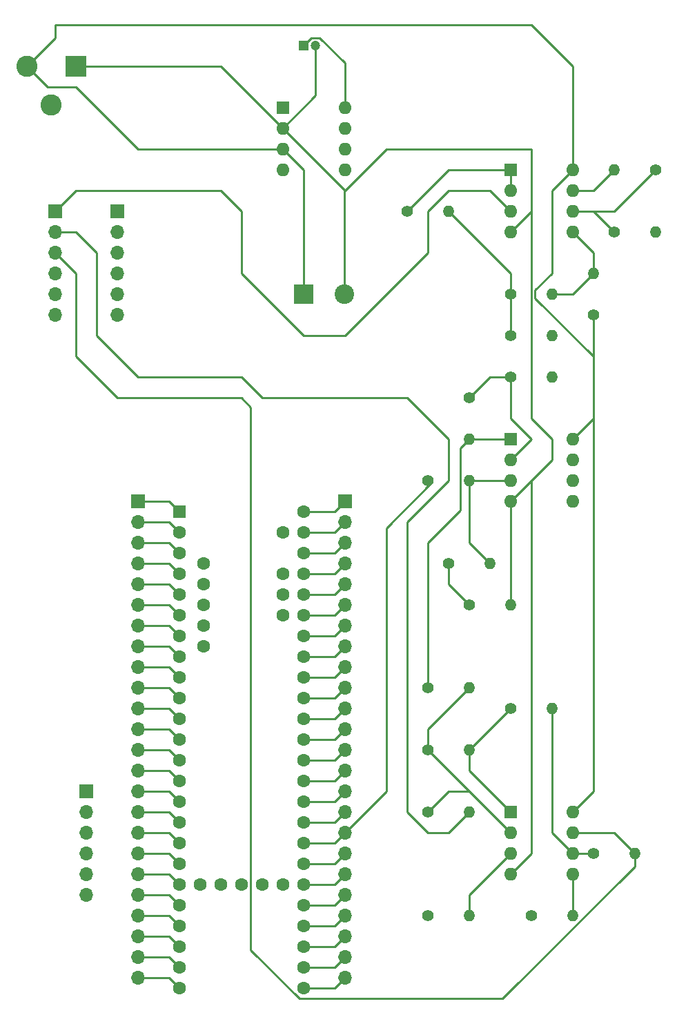
<source format=gbr>
%TF.GenerationSoftware,KiCad,Pcbnew,(5.1.10)-1*%
%TF.CreationDate,2021-10-07T13:20:46-04:00*%
%TF.ProjectId,dynamic clamp pcb,64796e61-6d69-4632-9063-6c616d702070,rev?*%
%TF.SameCoordinates,Original*%
%TF.FileFunction,Copper,L1,Top*%
%TF.FilePolarity,Positive*%
%FSLAX46Y46*%
G04 Gerber Fmt 4.6, Leading zero omitted, Abs format (unit mm)*
G04 Created by KiCad (PCBNEW (5.1.10)-1) date 2021-10-07 13:20:46*
%MOMM*%
%LPD*%
G01*
G04 APERTURE LIST*
%TA.AperFunction,ComponentPad*%
%ADD10R,2.600000X2.600000*%
%TD*%
%TA.AperFunction,ComponentPad*%
%ADD11C,2.600000*%
%TD*%
%TA.AperFunction,ComponentPad*%
%ADD12R,2.400000X2.400000*%
%TD*%
%TA.AperFunction,ComponentPad*%
%ADD13C,2.400000*%
%TD*%
%TA.AperFunction,ComponentPad*%
%ADD14R,1.200000X1.200000*%
%TD*%
%TA.AperFunction,ComponentPad*%
%ADD15C,1.200000*%
%TD*%
%TA.AperFunction,ComponentPad*%
%ADD16R,1.700000X1.700000*%
%TD*%
%TA.AperFunction,ComponentPad*%
%ADD17O,1.700000X1.700000*%
%TD*%
%TA.AperFunction,ComponentPad*%
%ADD18O,1.400000X1.400000*%
%TD*%
%TA.AperFunction,ComponentPad*%
%ADD19C,1.400000*%
%TD*%
%TA.AperFunction,ComponentPad*%
%ADD20R,1.600000X1.600000*%
%TD*%
%TA.AperFunction,ComponentPad*%
%ADD21O,1.600000X1.600000*%
%TD*%
%TA.AperFunction,ComponentPad*%
%ADD22C,1.600000*%
%TD*%
%TA.AperFunction,Conductor*%
%ADD23C,0.250000*%
%TD*%
G04 APERTURE END LIST*
D10*
%TO.P,J2,1*%
%TO.N,-9V*%
X53340000Y-30480000D03*
D11*
%TO.P,J2,2*%
%TO.N,+9V*%
X47340000Y-30480000D03*
%TO.P,J2,3*%
%TO.N,N/C*%
X50340000Y-35180000D03*
%TD*%
D12*
%TO.P,C1,1*%
%TO.N,+9V*%
X81280000Y-58420000D03*
D13*
%TO.P,C1,2*%
%TO.N,-9V*%
X86280000Y-58420000D03*
%TD*%
D14*
%TO.P,C2,1*%
%TO.N,Net-(C2-Pad1)*%
X81280000Y-27940000D03*
D15*
%TO.P,C2,2*%
%TO.N,-9V*%
X82780000Y-27940000D03*
%TD*%
D16*
%TO.P,J1,1*%
%TO.N,0*%
X54610000Y-119380000D03*
D17*
%TO.P,J1,2*%
X54610000Y-121920000D03*
%TO.P,J1,3*%
X54610000Y-124460000D03*
%TO.P,J1,4*%
X54610000Y-127000000D03*
%TO.P,J1,5*%
X54610000Y-129540000D03*
%TO.P,J1,6*%
X54610000Y-132080000D03*
%TD*%
D16*
%TO.P,J4,1*%
%TO.N,Net-(J4-Pad1)*%
X50800000Y-48260000D03*
D17*
%TO.P,J4,2*%
%TO.N,Net-(J4-Pad2)*%
X50800000Y-50800000D03*
%TO.P,J4,3*%
%TO.N,Net-(J4-Pad3)*%
X50800000Y-53340000D03*
%TO.P,J4,4*%
%TO.N,Net-(J4-Pad4)*%
X50800000Y-55880000D03*
%TO.P,J4,5*%
%TO.N,N/C*%
X50800000Y-58420000D03*
%TO.P,J4,6*%
X50800000Y-60960000D03*
%TD*%
%TO.P,J6,24*%
%TO.N,Net-(J6-Pad24)*%
X60960000Y-142240000D03*
%TO.P,J6,23*%
%TO.N,Net-(J6-Pad23)*%
X60960000Y-139700000D03*
%TO.P,J6,22*%
%TO.N,Net-(J6-Pad22)*%
X60960000Y-137160000D03*
%TO.P,J6,21*%
%TO.N,Net-(J6-Pad21)*%
X60960000Y-134620000D03*
%TO.P,J6,20*%
%TO.N,Net-(J6-Pad20)*%
X60960000Y-132080000D03*
%TO.P,J6,19*%
%TO.N,Net-(J6-Pad19)*%
X60960000Y-129540000D03*
%TO.P,J6,18*%
%TO.N,Net-(J6-Pad18)*%
X60960000Y-127000000D03*
%TO.P,J6,17*%
%TO.N,Net-(J6-Pad17)*%
X60960000Y-124460000D03*
%TO.P,J6,16*%
%TO.N,Net-(J6-Pad16)*%
X60960000Y-121920000D03*
%TO.P,J6,15*%
%TO.N,Net-(J6-Pad15)*%
X60960000Y-119380000D03*
%TO.P,J6,14*%
%TO.N,Net-(J6-Pad14)*%
X60960000Y-116840000D03*
%TO.P,J6,13*%
%TO.N,Net-(J6-Pad13)*%
X60960000Y-114300000D03*
%TO.P,J6,12*%
%TO.N,Net-(J6-Pad12)*%
X60960000Y-111760000D03*
%TO.P,J6,11*%
%TO.N,Net-(J6-Pad11)*%
X60960000Y-109220000D03*
%TO.P,J6,10*%
%TO.N,Net-(J6-Pad10)*%
X60960000Y-106680000D03*
%TO.P,J6,9*%
%TO.N,Net-(J6-Pad9)*%
X60960000Y-104140000D03*
%TO.P,J6,8*%
%TO.N,Net-(J6-Pad8)*%
X60960000Y-101600000D03*
%TO.P,J6,7*%
%TO.N,Net-(J6-Pad7)*%
X60960000Y-99060000D03*
%TO.P,J6,6*%
%TO.N,Net-(J6-Pad6)*%
X60960000Y-96520000D03*
%TO.P,J6,5*%
%TO.N,Net-(J6-Pad5)*%
X60960000Y-93980000D03*
%TO.P,J6,4*%
%TO.N,Net-(J6-Pad4)*%
X60960000Y-91440000D03*
%TO.P,J6,3*%
%TO.N,Net-(J6-Pad3)*%
X60960000Y-88900000D03*
%TO.P,J6,2*%
%TO.N,Net-(J6-Pad2)*%
X60960000Y-86360000D03*
D16*
%TO.P,J6,1*%
%TO.N,0*%
X60960000Y-83820000D03*
%TD*%
%TO.P,J7,1*%
%TO.N,Net-(J7-Pad1)*%
X86360000Y-83820000D03*
D17*
%TO.P,J7,2*%
%TO.N,0*%
X86360000Y-86360000D03*
%TO.P,J7,3*%
%TO.N,Net-(J7-Pad3)*%
X86360000Y-88900000D03*
%TO.P,J7,4*%
%TO.N,Net-(J7-Pad4)*%
X86360000Y-91440000D03*
%TO.P,J7,5*%
%TO.N,Net-(J7-Pad5)*%
X86360000Y-93980000D03*
%TO.P,J7,6*%
%TO.N,Net-(J7-Pad6)*%
X86360000Y-96520000D03*
%TO.P,J7,7*%
%TO.N,Net-(J7-Pad7)*%
X86360000Y-99060000D03*
%TO.P,J7,8*%
%TO.N,Net-(J7-Pad8)*%
X86360000Y-101600000D03*
%TO.P,J7,9*%
%TO.N,Net-(J7-Pad9)*%
X86360000Y-104140000D03*
%TO.P,J7,10*%
%TO.N,Net-(J7-Pad10)*%
X86360000Y-106680000D03*
%TO.P,J7,11*%
%TO.N,Net-(J4-Pad4)*%
X86360000Y-109220000D03*
%TO.P,J7,12*%
%TO.N,Net-(J7-Pad12)*%
X86360000Y-111760000D03*
%TO.P,J7,13*%
%TO.N,Net-(J7-Pad13)*%
X86360000Y-114300000D03*
%TO.P,J7,14*%
%TO.N,Net-(J7-Pad14)*%
X86360000Y-116840000D03*
%TO.P,J7,15*%
%TO.N,Net-(J7-Pad15)*%
X86360000Y-119380000D03*
%TO.P,J7,16*%
%TO.N,Net-(J7-Pad16)*%
X86360000Y-121920000D03*
%TO.P,J7,17*%
%TO.N,Net-(J7-Pad17)*%
X86360000Y-124460000D03*
%TO.P,J7,18*%
%TO.N,Net-(J7-Pad18)*%
X86360000Y-127000000D03*
%TO.P,J7,19*%
%TO.N,Net-(J7-Pad19)*%
X86360000Y-129540000D03*
%TO.P,J7,20*%
%TO.N,Net-(J7-Pad20)*%
X86360000Y-132080000D03*
%TO.P,J7,21*%
%TO.N,Net-(J7-Pad21)*%
X86360000Y-134620000D03*
%TO.P,J7,22*%
%TO.N,Net-(J7-Pad22)*%
X86360000Y-137160000D03*
%TO.P,J7,23*%
%TO.N,Net-(J7-Pad23)*%
X86360000Y-139700000D03*
%TO.P,J7,24*%
%TO.N,Net-(J7-Pad24)*%
X86360000Y-142240000D03*
%TD*%
%TO.P,J5_GND1,6*%
%TO.N,0*%
X58420000Y-60960000D03*
%TO.P,J5_GND1,5*%
X58420000Y-58420000D03*
%TO.P,J5_GND1,4*%
X58420000Y-55880000D03*
%TO.P,J5_GND1,3*%
X58420000Y-53340000D03*
%TO.P,J5_GND1,2*%
X58420000Y-50800000D03*
D16*
%TO.P,J5_GND1,1*%
X58420000Y-48260000D03*
%TD*%
D18*
%TO.P,R1,2*%
%TO.N,Net-(R1-Pad2)*%
X99060000Y-48260000D03*
D19*
%TO.P,R1,1*%
%TO.N,Net-(R1-Pad1)*%
X93980000Y-48260000D03*
%TD*%
D18*
%TO.P,R2,2*%
%TO.N,0*%
X111760000Y-63500000D03*
D19*
%TO.P,R2,1*%
%TO.N,Net-(R1-Pad2)*%
X106680000Y-63500000D03*
%TD*%
%TO.P,R3,1*%
%TO.N,Net-(R1-Pad2)*%
X106680000Y-58420000D03*
D18*
%TO.P,R3,2*%
%TO.N,Net-(R3-Pad2)*%
X111760000Y-58420000D03*
%TD*%
D19*
%TO.P,R4,1*%
%TO.N,+9V*%
X116840000Y-60960000D03*
D18*
%TO.P,R4,2*%
%TO.N,Net-(R3-Pad2)*%
X116840000Y-55880000D03*
%TD*%
%TO.P,R5,2*%
%TO.N,0*%
X124460000Y-50800000D03*
D19*
%TO.P,R5,1*%
%TO.N,Net-(R5-Pad1)*%
X119380000Y-50800000D03*
%TD*%
%TO.P,R6,1*%
%TO.N,Net-(R5-Pad1)*%
X124460000Y-43180000D03*
D18*
%TO.P,R6,2*%
%TO.N,Net-(J7-Pad13)*%
X119380000Y-43180000D03*
%TD*%
D19*
%TO.P,R7,1*%
%TO.N,Net-(J7-Pad17)*%
X96520000Y-81280000D03*
D18*
%TO.P,R7,2*%
%TO.N,Net-(R7-Pad2)*%
X101600000Y-81280000D03*
%TD*%
%TO.P,R8,2*%
%TO.N,Net-(R7-Pad2)*%
X104140000Y-91440000D03*
D19*
%TO.P,R8,1*%
%TO.N,Net-(R18-Pad1)*%
X99060000Y-91440000D03*
%TD*%
%TO.P,R9,1*%
%TO.N,Net-(R10-Pad1)*%
X106680000Y-68580000D03*
D18*
%TO.P,R9,2*%
%TO.N,0*%
X111760000Y-68580000D03*
%TD*%
%TO.P,R10,2*%
%TO.N,Net-(R10-Pad2)*%
X101600000Y-76200000D03*
D19*
%TO.P,R10,1*%
%TO.N,Net-(R10-Pad1)*%
X101600000Y-71120000D03*
%TD*%
%TO.P,R11,1*%
%TO.N,Net-(R10-Pad2)*%
X96520000Y-106680000D03*
D18*
%TO.P,R11,2*%
%TO.N,Net-(R11-Pad2)*%
X101600000Y-106680000D03*
%TD*%
%TO.P,R12,2*%
%TO.N,Net-(J4-Pad2)*%
X101600000Y-121920000D03*
D19*
%TO.P,R12,1*%
%TO.N,Net-(R11-Pad2)*%
X96520000Y-121920000D03*
%TD*%
%TO.P,R13,1*%
%TO.N,Net-(R11-Pad2)*%
X96520000Y-114300000D03*
D18*
%TO.P,R13,2*%
%TO.N,Net-(R13-Pad2)*%
X101600000Y-114300000D03*
%TD*%
%TO.P,R14,2*%
%TO.N,Net-(R14-Pad2)*%
X101600000Y-134620000D03*
D19*
%TO.P,R14,1*%
%TO.N,0*%
X96520000Y-134620000D03*
%TD*%
%TO.P,R15,1*%
%TO.N,Net-(R13-Pad2)*%
X106680000Y-109220000D03*
D18*
%TO.P,R15,2*%
%TO.N,Net-(R15-Pad2)*%
X111760000Y-109220000D03*
%TD*%
D19*
%TO.P,R16,1*%
%TO.N,Net-(R15-Pad2)*%
X116840000Y-127000000D03*
D18*
%TO.P,R16,2*%
%TO.N,Net-(J4-Pad3)*%
X121920000Y-127000000D03*
%TD*%
%TO.P,R17,2*%
%TO.N,Net-(R17-Pad2)*%
X114300000Y-134620000D03*
D19*
%TO.P,R17,1*%
%TO.N,0*%
X109220000Y-134620000D03*
%TD*%
D18*
%TO.P,R18,2*%
%TO.N,-9V*%
X106680000Y-96520000D03*
D19*
%TO.P,R18,1*%
%TO.N,Net-(R18-Pad1)*%
X101600000Y-96520000D03*
%TD*%
D20*
%TO.P,U1,1*%
%TO.N,Net-(R1-Pad1)*%
X106680000Y-43180000D03*
D21*
%TO.P,U1,5*%
%TO.N,Net-(R3-Pad2)*%
X114300000Y-50800000D03*
%TO.P,U1,2*%
%TO.N,Net-(R1-Pad1)*%
X106680000Y-45720000D03*
%TO.P,U1,6*%
%TO.N,Net-(R5-Pad1)*%
X114300000Y-48260000D03*
%TO.P,U1,3*%
%TO.N,Net-(J4-Pad1)*%
X106680000Y-48260000D03*
%TO.P,U1,7*%
%TO.N,Net-(J7-Pad13)*%
X114300000Y-45720000D03*
%TO.P,U1,4*%
%TO.N,-9V*%
X106680000Y-50800000D03*
%TO.P,U1,8*%
%TO.N,+9V*%
X114300000Y-43180000D03*
%TD*%
D20*
%TO.P,U2,1*%
%TO.N,Net-(R10-Pad2)*%
X106680000Y-76200000D03*
D21*
%TO.P,U2,5*%
%TO.N,N/C*%
X114300000Y-83820000D03*
%TO.P,U2,2*%
%TO.N,Net-(R10-Pad1)*%
X106680000Y-78740000D03*
%TO.P,U2,6*%
%TO.N,N/C*%
X114300000Y-81280000D03*
%TO.P,U2,3*%
%TO.N,Net-(R7-Pad2)*%
X106680000Y-81280000D03*
%TO.P,U2,7*%
%TO.N,N/C*%
X114300000Y-78740000D03*
%TO.P,U2,4*%
%TO.N,-9V*%
X106680000Y-83820000D03*
%TO.P,U2,8*%
%TO.N,+9V*%
X114300000Y-76200000D03*
%TD*%
%TO.P,U3,8*%
%TO.N,+9V*%
X114300000Y-121920000D03*
%TO.P,U3,4*%
%TO.N,-9V*%
X106680000Y-129540000D03*
%TO.P,U3,7*%
%TO.N,Net-(J4-Pad3)*%
X114300000Y-124460000D03*
%TO.P,U3,3*%
%TO.N,Net-(R14-Pad2)*%
X106680000Y-127000000D03*
%TO.P,U3,6*%
%TO.N,Net-(R15-Pad2)*%
X114300000Y-127000000D03*
%TO.P,U3,2*%
%TO.N,Net-(R11-Pad2)*%
X106680000Y-124460000D03*
%TO.P,U3,5*%
%TO.N,Net-(R17-Pad2)*%
X114300000Y-129540000D03*
D20*
%TO.P,U3,1*%
%TO.N,Net-(R13-Pad2)*%
X106680000Y-121920000D03*
%TD*%
D21*
%TO.P,U4,8*%
%TO.N,Net-(C2-Pad1)*%
X86360000Y-35560000D03*
%TO.P,U4,4*%
%TO.N,N/C*%
X78740000Y-43180000D03*
%TO.P,U4,7*%
X86360000Y-38100000D03*
%TO.P,U4,3*%
%TO.N,+9V*%
X78740000Y-40640000D03*
%TO.P,U4,6*%
%TO.N,N/C*%
X86360000Y-40640000D03*
%TO.P,U4,2*%
%TO.N,-9V*%
X78740000Y-38100000D03*
%TO.P,U4,5*%
%TO.N,N/C*%
X86360000Y-43180000D03*
D20*
%TO.P,U4,1*%
%TO.N,0*%
X78740000Y-35560000D03*
%TD*%
D22*
%TO.P,U5,17*%
%TO.N,Net-(J6-Pad17)*%
X66040000Y-125730000D03*
%TO.P,U5,18*%
%TO.N,Net-(J6-Pad18)*%
X66040000Y-128270000D03*
%TO.P,U5,19*%
%TO.N,Net-(J6-Pad19)*%
X66040000Y-130810000D03*
%TO.P,U5,20*%
%TO.N,Net-(J6-Pad20)*%
X66040000Y-133350000D03*
%TO.P,U5,16*%
%TO.N,Net-(J6-Pad16)*%
X66040000Y-123190000D03*
%TO.P,U5,15*%
%TO.N,Net-(J6-Pad15)*%
X66040000Y-120650000D03*
%TO.P,U5,14*%
%TO.N,Net-(J6-Pad14)*%
X66040000Y-118110000D03*
%TO.P,U5,21*%
%TO.N,Net-(J6-Pad21)*%
X66040000Y-135890000D03*
%TO.P,U5,22*%
%TO.N,Net-(J6-Pad22)*%
X66040000Y-138430000D03*
%TO.P,U5,23*%
%TO.N,Net-(J6-Pad23)*%
X66040000Y-140970000D03*
%TO.P,U5,24*%
%TO.N,Net-(J6-Pad24)*%
X66040000Y-143510000D03*
%TO.P,U5,25*%
%TO.N,N/C*%
X68580000Y-130810000D03*
%TO.P,U5,26*%
X71120000Y-130810000D03*
%TO.P,U5,27*%
X73660000Y-130810000D03*
%TO.P,U5,28*%
X76200000Y-130810000D03*
%TO.P,U5,29*%
X78740000Y-130810000D03*
%TO.P,U5,30*%
%TO.N,Net-(J7-Pad24)*%
X81280000Y-143510000D03*
%TO.P,U5,31*%
%TO.N,Net-(J7-Pad23)*%
X81280000Y-140970000D03*
%TO.P,U5,32*%
%TO.N,Net-(J7-Pad22)*%
X81280000Y-138430000D03*
%TO.P,U5,33*%
%TO.N,Net-(J7-Pad21)*%
X81280000Y-135890000D03*
%TO.P,U5,34*%
%TO.N,Net-(J7-Pad20)*%
X81280000Y-133350000D03*
%TO.P,U5,35*%
%TO.N,Net-(J7-Pad19)*%
X81280000Y-130810000D03*
%TO.P,U5,36*%
%TO.N,Net-(J7-Pad18)*%
X81280000Y-128270000D03*
%TO.P,U5,37*%
%TO.N,Net-(J7-Pad17)*%
X81280000Y-125730000D03*
%TO.P,U5,13*%
%TO.N,Net-(J6-Pad13)*%
X66040000Y-115570000D03*
%TO.P,U5,12*%
%TO.N,Net-(J6-Pad12)*%
X66040000Y-113030000D03*
%TO.P,U5,11*%
%TO.N,Net-(J6-Pad11)*%
X66040000Y-110490000D03*
%TO.P,U5,10*%
%TO.N,Net-(J6-Pad10)*%
X66040000Y-107950000D03*
%TO.P,U5,9*%
%TO.N,Net-(J6-Pad9)*%
X66040000Y-105410000D03*
%TO.P,U5,8*%
%TO.N,Net-(J6-Pad8)*%
X66040000Y-102870000D03*
%TO.P,U5,7*%
%TO.N,Net-(J6-Pad7)*%
X66040000Y-100330000D03*
%TO.P,U5,6*%
%TO.N,Net-(J6-Pad6)*%
X66040000Y-97790000D03*
%TO.P,U5,5*%
%TO.N,Net-(J6-Pad5)*%
X66040000Y-95250000D03*
%TO.P,U5,4*%
%TO.N,Net-(J6-Pad4)*%
X66040000Y-92710000D03*
%TO.P,U5,3*%
%TO.N,Net-(J6-Pad3)*%
X66040000Y-90170000D03*
%TO.P,U5,2*%
%TO.N,Net-(J6-Pad2)*%
X66040000Y-87630000D03*
D20*
%TO.P,U5,1*%
%TO.N,0*%
X66040000Y-85090000D03*
D22*
%TO.P,U5,38*%
%TO.N,Net-(J7-Pad16)*%
X81280000Y-123190000D03*
%TO.P,U5,39*%
%TO.N,Net-(J7-Pad15)*%
X81280000Y-120650000D03*
%TO.P,U5,40*%
%TO.N,Net-(J7-Pad14)*%
X81280000Y-118110000D03*
%TO.P,U5,41*%
%TO.N,Net-(J7-Pad13)*%
X81280000Y-115570000D03*
%TO.P,U5,42*%
%TO.N,Net-(J7-Pad12)*%
X81280000Y-113030000D03*
%TO.P,U5,43*%
%TO.N,Net-(J4-Pad4)*%
X81280000Y-110490000D03*
%TO.P,U5,44*%
%TO.N,Net-(J7-Pad10)*%
X81280000Y-107950000D03*
%TO.P,U5,45*%
%TO.N,Net-(J7-Pad9)*%
X81280000Y-105410000D03*
%TO.P,U5,46*%
%TO.N,Net-(J7-Pad8)*%
X81280000Y-102870000D03*
%TO.P,U5,47*%
%TO.N,Net-(J7-Pad7)*%
X81280000Y-100330000D03*
%TO.P,U5,48*%
%TO.N,Net-(J7-Pad6)*%
X81280000Y-97790000D03*
%TO.P,U5,49*%
%TO.N,Net-(J7-Pad5)*%
X81280000Y-95250000D03*
%TO.P,U5,50*%
%TO.N,Net-(J7-Pad4)*%
X81280000Y-92710000D03*
%TO.P,U5,51*%
%TO.N,Net-(J7-Pad3)*%
X81280000Y-90170000D03*
%TO.P,U5,52*%
%TO.N,0*%
X81280000Y-87630000D03*
%TO.P,U5,53*%
%TO.N,Net-(J7-Pad1)*%
X81280000Y-85090000D03*
%TO.P,U5,54*%
%TO.N,N/C*%
X78740000Y-87630000D03*
%TO.P,U5,55*%
X78740000Y-92710000D03*
%TO.P,U5,56*%
X78740000Y-95250000D03*
%TO.P,U5,57*%
X78740000Y-97790000D03*
%TO.P,U5,58*%
X69040000Y-91440000D03*
%TO.P,U5,59*%
X69040000Y-93980000D03*
%TO.P,U5,60*%
X69040000Y-96520000D03*
%TO.P,U5,61*%
X69040000Y-99060000D03*
%TO.P,U5,62*%
X69040000Y-101600000D03*
%TD*%
D23*
%TO.N,+9V*%
X81280000Y-43180000D02*
X81280000Y-58420000D01*
X78740000Y-40640000D02*
X81280000Y-43180000D01*
X114300000Y-43180000D02*
X111760000Y-45720000D01*
X111760000Y-45720000D02*
X111760000Y-53340000D01*
X116840000Y-73660000D02*
X114300000Y-76200000D01*
X116840000Y-66040000D02*
X116840000Y-73660000D01*
X109720010Y-58920010D02*
X116840000Y-66040000D01*
X109720010Y-57919990D02*
X109720010Y-58920010D01*
X111760000Y-55880000D02*
X109720010Y-57919990D01*
X111760000Y-53340000D02*
X111760000Y-55880000D01*
X116840000Y-119380000D02*
X114300000Y-121920000D01*
X116840000Y-73660000D02*
X116840000Y-119380000D01*
X116840000Y-60960000D02*
X116840000Y-66040000D01*
X109220000Y-25400000D02*
X50800000Y-25400000D01*
X114300000Y-30480000D02*
X109220000Y-25400000D01*
X114300000Y-43180000D02*
X114300000Y-30480000D01*
X78740000Y-40640000D02*
X60960000Y-40640000D01*
X60960000Y-40640000D02*
X53340000Y-33020000D01*
X49880000Y-33020000D02*
X47340000Y-30480000D01*
X53340000Y-33020000D02*
X49880000Y-33020000D01*
X50800000Y-27020000D02*
X50800000Y-25400000D01*
X47340000Y-30480000D02*
X50800000Y-27020000D01*
%TO.N,-9V*%
X76200000Y-35560000D02*
X78740000Y-38100000D01*
X82780000Y-34060000D02*
X82780000Y-27940000D01*
X78740000Y-38100000D02*
X82780000Y-34060000D01*
X86280000Y-45640000D02*
X86280000Y-58420000D01*
X78740000Y-38100000D02*
X86280000Y-45640000D01*
X86280000Y-58420000D02*
X86280000Y-45800000D01*
X86280000Y-45800000D02*
X91440000Y-40640000D01*
X91440000Y-40640000D02*
X109220000Y-40640000D01*
X109220000Y-48260000D02*
X106680000Y-50800000D01*
X109220000Y-40640000D02*
X109220000Y-48260000D01*
X109220000Y-81280000D02*
X106680000Y-83820000D01*
X109220000Y-127000000D02*
X106680000Y-129540000D01*
X109220000Y-81280000D02*
X109220000Y-127000000D01*
X111760000Y-78740000D02*
X109220000Y-81280000D01*
X111760000Y-76200000D02*
X111760000Y-78740000D01*
X109220000Y-73660000D02*
X111760000Y-76200000D01*
X109220000Y-48260000D02*
X109220000Y-73660000D01*
X106680000Y-96520000D02*
X106680000Y-83820000D01*
X71120000Y-30480000D02*
X76200000Y-35560000D01*
X53340000Y-30480000D02*
X71120000Y-30480000D01*
%TO.N,Net-(C2-Pad1)*%
X86360000Y-30076998D02*
X86360000Y-35560000D01*
X83248001Y-26964999D02*
X86360000Y-30076998D01*
X82255001Y-26964999D02*
X83248001Y-26964999D01*
X81280000Y-27940000D02*
X82255001Y-26964999D01*
%TO.N,0*%
X64770000Y-83820000D02*
X66040000Y-85090000D01*
X60960000Y-83820000D02*
X64770000Y-83820000D01*
X85090000Y-87630000D02*
X86360000Y-86360000D01*
X81280000Y-87630000D02*
X85090000Y-87630000D01*
%TO.N,Net-(J4-Pad1)*%
X53340000Y-45720000D02*
X50800000Y-48260000D01*
X71120000Y-45720000D02*
X53340000Y-45720000D01*
X81280000Y-63500000D02*
X73660000Y-55880000D01*
X86360000Y-63500000D02*
X81280000Y-63500000D01*
X96520000Y-53340000D02*
X86360000Y-63500000D01*
X73660000Y-48260000D02*
X71120000Y-45720000D01*
X73660000Y-55880000D02*
X73660000Y-48260000D01*
X96520000Y-48260000D02*
X96520000Y-53340000D01*
X99060000Y-45720000D02*
X96520000Y-48260000D01*
X104140000Y-45720000D02*
X99060000Y-45720000D01*
X106680000Y-48260000D02*
X104140000Y-45720000D01*
%TO.N,Net-(J4-Pad2)*%
X53340000Y-50800000D02*
X50800000Y-50800000D01*
X101600000Y-121920000D02*
X99060000Y-124460000D01*
X99060000Y-124460000D02*
X96520000Y-124460000D01*
X96520000Y-124460000D02*
X93980000Y-121920000D01*
X93980000Y-121920000D02*
X93980000Y-86360000D01*
X93980000Y-86360000D02*
X99060000Y-81280000D01*
X99060000Y-81280000D02*
X99060000Y-76200000D01*
X99060000Y-76200000D02*
X93980000Y-71120000D01*
X73660000Y-68580000D02*
X60960000Y-68580000D01*
X60960000Y-68580000D02*
X55880000Y-63500000D01*
X76200000Y-71120000D02*
X73660000Y-68580000D01*
X93980000Y-71120000D02*
X76200000Y-71120000D01*
X55880000Y-63500000D02*
X55880000Y-53340000D01*
X55880000Y-53340000D02*
X53340000Y-50800000D01*
%TO.N,Net-(J7-Pad13)*%
X116840000Y-45720000D02*
X119380000Y-43180000D01*
X114300000Y-45720000D02*
X116840000Y-45720000D01*
%TO.N,Net-(J4-Pad3)*%
X114300000Y-124460000D02*
X119380000Y-124460000D01*
X119380000Y-124460000D02*
X121920000Y-127000000D01*
X74835001Y-138804003D02*
X74835001Y-72295001D01*
X80810998Y-144780000D02*
X74835001Y-138804003D01*
X105731002Y-144780000D02*
X80810998Y-144780000D01*
X74835001Y-72295001D02*
X73660000Y-71120000D01*
X121920000Y-128591002D02*
X105731002Y-144780000D01*
X121920000Y-127000000D02*
X121920000Y-128591002D01*
X50800000Y-53340000D02*
X53340000Y-55880000D01*
X53340000Y-55880000D02*
X53340000Y-66040000D01*
X53340000Y-66040000D02*
X58420000Y-71120000D01*
X58420000Y-71120000D02*
X73660000Y-71120000D01*
%TO.N,Net-(R1-Pad2)*%
X99060000Y-48260000D02*
X106680000Y-55880000D01*
X106680000Y-55880000D02*
X106680000Y-63500000D01*
%TO.N,Net-(R1-Pad1)*%
X106680000Y-43180000D02*
X106680000Y-45720000D01*
X99060000Y-43180000D02*
X106680000Y-43180000D01*
X93980000Y-48260000D02*
X96520000Y-45720000D01*
X99060000Y-43180000D02*
X96520000Y-45720000D01*
%TO.N,Net-(R3-Pad2)*%
X114300000Y-50800000D02*
X116840000Y-53340000D01*
X116840000Y-53340000D02*
X116840000Y-55880000D01*
X111760000Y-58420000D02*
X114300000Y-58420000D01*
X114300000Y-58420000D02*
X116840000Y-55880000D01*
%TO.N,Net-(R5-Pad1)*%
X114300000Y-48260000D02*
X116840000Y-48260000D01*
X116840000Y-48260000D02*
X119380000Y-50800000D01*
X124460000Y-43180000D02*
X119380000Y-48260000D01*
X119380000Y-48260000D02*
X116840000Y-48260000D01*
%TO.N,Net-(R7-Pad2)*%
X101600000Y-81280000D02*
X106680000Y-81280000D01*
X101600000Y-88900000D02*
X104140000Y-91440000D01*
X101600000Y-81280000D02*
X101600000Y-88900000D01*
%TO.N,Net-(R18-Pad1)*%
X99060000Y-91440000D02*
X99060000Y-93980000D01*
X99060000Y-93980000D02*
X101600000Y-96520000D01*
%TO.N,Net-(R10-Pad1)*%
X106680000Y-78740000D02*
X109220000Y-76200000D01*
X109220000Y-76200000D02*
X106680000Y-73660000D01*
X106680000Y-73660000D02*
X106680000Y-68580000D01*
X106680000Y-68580000D02*
X104140000Y-68580000D01*
X104140000Y-68580000D02*
X101600000Y-71120000D01*
%TO.N,Net-(R10-Pad2)*%
X106680000Y-76200000D02*
X101600000Y-76200000D01*
X100524999Y-77275001D02*
X100524999Y-84895001D01*
X101600000Y-76200000D02*
X100524999Y-77275001D01*
X96520000Y-88900000D02*
X96520000Y-106680000D01*
X100524999Y-84895001D02*
X96520000Y-88900000D01*
%TO.N,Net-(R11-Pad2)*%
X96520000Y-121920000D02*
X99060000Y-119380000D01*
X99060000Y-119380000D02*
X101600000Y-119380000D01*
X101600000Y-119380000D02*
X106680000Y-124460000D01*
X101600000Y-119380000D02*
X96520000Y-114300000D01*
X96520000Y-111760000D02*
X101600000Y-106680000D01*
X96520000Y-114300000D02*
X96520000Y-111760000D01*
%TO.N,Net-(R13-Pad2)*%
X101600000Y-116840000D02*
X106680000Y-121920000D01*
X101600000Y-114300000D02*
X101600000Y-116840000D01*
X101600000Y-114300000D02*
X106680000Y-109220000D01*
%TO.N,Net-(R14-Pad2)*%
X101600000Y-132080000D02*
X101600000Y-134620000D01*
X106680000Y-127000000D02*
X101600000Y-132080000D01*
%TO.N,Net-(R15-Pad2)*%
X111760000Y-124460000D02*
X114300000Y-127000000D01*
X111760000Y-109220000D02*
X111760000Y-124460000D01*
X116840000Y-127000000D02*
X114300000Y-127000000D01*
%TO.N,Net-(R17-Pad2)*%
X114300000Y-129540000D02*
X114300000Y-134620000D01*
%TO.N,Net-(J4-Pad4)*%
X85090000Y-110490000D02*
X86360000Y-109220000D01*
X81280000Y-110490000D02*
X85090000Y-110490000D01*
%TO.N,Net-(J6-Pad24)*%
X64770000Y-142240000D02*
X66040000Y-143510000D01*
X60960000Y-142240000D02*
X64770000Y-142240000D01*
%TO.N,Net-(J6-Pad23)*%
X64770000Y-139700000D02*
X66040000Y-140970000D01*
X60960000Y-139700000D02*
X64770000Y-139700000D01*
%TO.N,Net-(J6-Pad22)*%
X64770000Y-137160000D02*
X66040000Y-138430000D01*
X60960000Y-137160000D02*
X64770000Y-137160000D01*
%TO.N,Net-(J6-Pad21)*%
X64770000Y-134620000D02*
X66040000Y-135890000D01*
X60960000Y-134620000D02*
X64770000Y-134620000D01*
%TO.N,Net-(J6-Pad20)*%
X64770000Y-132080000D02*
X66040000Y-133350000D01*
X60960000Y-132080000D02*
X64770000Y-132080000D01*
%TO.N,Net-(J6-Pad19)*%
X64770000Y-129540000D02*
X66040000Y-130810000D01*
X60960000Y-129540000D02*
X64770000Y-129540000D01*
%TO.N,Net-(J6-Pad18)*%
X64770000Y-127000000D02*
X66040000Y-128270000D01*
X60960000Y-127000000D02*
X64770000Y-127000000D01*
%TO.N,Net-(J6-Pad17)*%
X64770000Y-124460000D02*
X66040000Y-125730000D01*
X60960000Y-124460000D02*
X64770000Y-124460000D01*
%TO.N,Net-(J6-Pad16)*%
X64770000Y-121920000D02*
X66040000Y-123190000D01*
X60960000Y-121920000D02*
X64770000Y-121920000D01*
%TO.N,Net-(J6-Pad15)*%
X64770000Y-119380000D02*
X66040000Y-120650000D01*
X60960000Y-119380000D02*
X64770000Y-119380000D01*
%TO.N,Net-(J6-Pad14)*%
X64770000Y-116840000D02*
X66040000Y-118110000D01*
X60960000Y-116840000D02*
X64770000Y-116840000D01*
%TO.N,Net-(J6-Pad13)*%
X64770000Y-114300000D02*
X66040000Y-115570000D01*
X60960000Y-114300000D02*
X64770000Y-114300000D01*
%TO.N,Net-(J6-Pad12)*%
X64770000Y-111760000D02*
X66040000Y-113030000D01*
X60960000Y-111760000D02*
X64770000Y-111760000D01*
%TO.N,Net-(J6-Pad11)*%
X64770000Y-109220000D02*
X66040000Y-110490000D01*
X60960000Y-109220000D02*
X64770000Y-109220000D01*
%TO.N,Net-(J6-Pad10)*%
X64770000Y-106680000D02*
X66040000Y-107950000D01*
X60960000Y-106680000D02*
X64770000Y-106680000D01*
%TO.N,Net-(J6-Pad9)*%
X64770000Y-104140000D02*
X66040000Y-105410000D01*
X60960000Y-104140000D02*
X64770000Y-104140000D01*
%TO.N,Net-(J6-Pad8)*%
X64770000Y-101600000D02*
X66040000Y-102870000D01*
X60960000Y-101600000D02*
X64770000Y-101600000D01*
%TO.N,Net-(J6-Pad7)*%
X64770000Y-99060000D02*
X66040000Y-100330000D01*
X60960000Y-99060000D02*
X64770000Y-99060000D01*
%TO.N,Net-(J6-Pad6)*%
X64770000Y-96520000D02*
X66040000Y-97790000D01*
X60960000Y-96520000D02*
X64770000Y-96520000D01*
%TO.N,Net-(J6-Pad5)*%
X64770000Y-93980000D02*
X66040000Y-95250000D01*
X60960000Y-93980000D02*
X64770000Y-93980000D01*
%TO.N,Net-(J6-Pad4)*%
X64770000Y-91440000D02*
X66040000Y-92710000D01*
X60960000Y-91440000D02*
X64770000Y-91440000D01*
%TO.N,Net-(J6-Pad3)*%
X64770000Y-88900000D02*
X66040000Y-90170000D01*
X60960000Y-88900000D02*
X64770000Y-88900000D01*
%TO.N,Net-(J6-Pad2)*%
X64770000Y-86360000D02*
X66040000Y-87630000D01*
X60960000Y-86360000D02*
X64770000Y-86360000D01*
%TO.N,Net-(J7-Pad1)*%
X85090000Y-85090000D02*
X86360000Y-83820000D01*
X81280000Y-85090000D02*
X85090000Y-85090000D01*
%TO.N,Net-(J7-Pad3)*%
X85090000Y-90170000D02*
X86360000Y-88900000D01*
X81280000Y-90170000D02*
X85090000Y-90170000D01*
%TO.N,Net-(J7-Pad4)*%
X85090000Y-92710000D02*
X86360000Y-91440000D01*
X81280000Y-92710000D02*
X85090000Y-92710000D01*
%TO.N,Net-(J7-Pad5)*%
X85090000Y-95250000D02*
X86360000Y-93980000D01*
X81280000Y-95250000D02*
X85090000Y-95250000D01*
%TO.N,Net-(J7-Pad6)*%
X85090000Y-97790000D02*
X86360000Y-96520000D01*
X81280000Y-97790000D02*
X85090000Y-97790000D01*
%TO.N,Net-(J7-Pad7)*%
X85090000Y-100330000D02*
X86360000Y-99060000D01*
X81280000Y-100330000D02*
X85090000Y-100330000D01*
%TO.N,Net-(J7-Pad8)*%
X85090000Y-102870000D02*
X86360000Y-101600000D01*
X81280000Y-102870000D02*
X85090000Y-102870000D01*
%TO.N,Net-(J7-Pad9)*%
X85090000Y-105410000D02*
X86360000Y-104140000D01*
X81280000Y-105410000D02*
X85090000Y-105410000D01*
%TO.N,Net-(J7-Pad10)*%
X85090000Y-107950000D02*
X86360000Y-106680000D01*
X81280000Y-107950000D02*
X85090000Y-107950000D01*
%TO.N,Net-(J7-Pad12)*%
X85090000Y-113030000D02*
X86360000Y-111760000D01*
X81280000Y-113030000D02*
X85090000Y-113030000D01*
%TO.N,Net-(J7-Pad13)*%
X85090000Y-115570000D02*
X86360000Y-114300000D01*
X81280000Y-115570000D02*
X85090000Y-115570000D01*
%TO.N,Net-(J7-Pad14)*%
X85090000Y-118110000D02*
X86360000Y-116840000D01*
X81280000Y-118110000D02*
X85090000Y-118110000D01*
%TO.N,Net-(J7-Pad15)*%
X85090000Y-120650000D02*
X86360000Y-119380000D01*
X81280000Y-120650000D02*
X85090000Y-120650000D01*
%TO.N,Net-(J7-Pad16)*%
X85090000Y-123190000D02*
X86360000Y-121920000D01*
X81280000Y-123190000D02*
X85090000Y-123190000D01*
%TO.N,Net-(J7-Pad17)*%
X91440000Y-87067120D02*
X96873560Y-81633560D01*
X91440000Y-119380000D02*
X91440000Y-87067120D01*
X86360000Y-124460000D02*
X91440000Y-119380000D01*
X85090000Y-125730000D02*
X86360000Y-124460000D01*
X81280000Y-125730000D02*
X85090000Y-125730000D01*
%TO.N,Net-(J7-Pad18)*%
X85090000Y-128270000D02*
X86360000Y-127000000D01*
X81280000Y-128270000D02*
X85090000Y-128270000D01*
%TO.N,Net-(J7-Pad19)*%
X85090000Y-130810000D02*
X86360000Y-129540000D01*
X81280000Y-130810000D02*
X85090000Y-130810000D01*
%TO.N,Net-(J7-Pad20)*%
X85090000Y-133350000D02*
X86360000Y-132080000D01*
X81280000Y-133350000D02*
X85090000Y-133350000D01*
%TO.N,Net-(J7-Pad21)*%
X85090000Y-135890000D02*
X86360000Y-134620000D01*
X81280000Y-135890000D02*
X85090000Y-135890000D01*
%TO.N,Net-(J7-Pad22)*%
X85090000Y-138430000D02*
X86360000Y-137160000D01*
X81280000Y-138430000D02*
X85090000Y-138430000D01*
%TO.N,Net-(J7-Pad23)*%
X85090000Y-140970000D02*
X86360000Y-139700000D01*
X81280000Y-140970000D02*
X85090000Y-140970000D01*
%TO.N,Net-(J7-Pad24)*%
X85090000Y-143510000D02*
X86360000Y-142240000D01*
X81280000Y-143510000D02*
X85090000Y-143510000D01*
%TD*%
M02*

</source>
